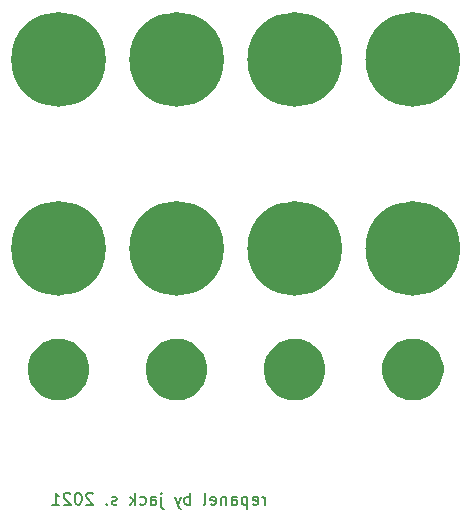
<source format=gbr>
G04 #@! TF.GenerationSoftware,KiCad,Pcbnew,(5.1.5-0)*
G04 #@! TF.CreationDate,2021-01-20T17:01:45-08:00*
G04 #@! TF.ProjectId,4seq,34736571-2e6b-4696-9361-645f70636258,rev?*
G04 #@! TF.SameCoordinates,Original*
G04 #@! TF.FileFunction,Soldermask,Bot*
G04 #@! TF.FilePolarity,Negative*
%FSLAX46Y46*%
G04 Gerber Fmt 4.6, Leading zero omitted, Abs format (unit mm)*
G04 Created by KiCad (PCBNEW (5.1.5-0)) date 2021-01-20 17:01:45*
%MOMM*%
%LPD*%
G04 APERTURE LIST*
%ADD10C,1.000000*%
%ADD11C,0.150000*%
%ADD12C,0.100000*%
G04 APERTURE END LIST*
D10*
X38750000Y-99750000D02*
G75*
G03X38750000Y-99750000I-3500000J0D01*
G01*
X8750000Y-83750000D02*
G75*
G03X8750000Y-83750000I-3500000J0D01*
G01*
X38750000Y-83750000D02*
G75*
G03X38750000Y-83750000I-3500000J0D01*
G01*
X28750000Y-83750000D02*
G75*
G03X28750000Y-83750000I-3500000J0D01*
G01*
D11*
X22726190Y-121452380D02*
X22726190Y-120785714D01*
X22726190Y-120976190D02*
X22678571Y-120880952D01*
X22630952Y-120833333D01*
X22535714Y-120785714D01*
X22440476Y-120785714D01*
X21726190Y-121404761D02*
X21821428Y-121452380D01*
X22011904Y-121452380D01*
X22107142Y-121404761D01*
X22154761Y-121309523D01*
X22154761Y-120928571D01*
X22107142Y-120833333D01*
X22011904Y-120785714D01*
X21821428Y-120785714D01*
X21726190Y-120833333D01*
X21678571Y-120928571D01*
X21678571Y-121023809D01*
X22154761Y-121119047D01*
X21250000Y-120785714D02*
X21250000Y-121785714D01*
X21250000Y-120833333D02*
X21154761Y-120785714D01*
X20964285Y-120785714D01*
X20869047Y-120833333D01*
X20821428Y-120880952D01*
X20773809Y-120976190D01*
X20773809Y-121261904D01*
X20821428Y-121357142D01*
X20869047Y-121404761D01*
X20964285Y-121452380D01*
X21154761Y-121452380D01*
X21250000Y-121404761D01*
X19916666Y-121452380D02*
X19916666Y-120928571D01*
X19964285Y-120833333D01*
X20059523Y-120785714D01*
X20250000Y-120785714D01*
X20345238Y-120833333D01*
X19916666Y-121404761D02*
X20011904Y-121452380D01*
X20250000Y-121452380D01*
X20345238Y-121404761D01*
X20392857Y-121309523D01*
X20392857Y-121214285D01*
X20345238Y-121119047D01*
X20250000Y-121071428D01*
X20011904Y-121071428D01*
X19916666Y-121023809D01*
X19440476Y-120785714D02*
X19440476Y-121452380D01*
X19440476Y-120880952D02*
X19392857Y-120833333D01*
X19297619Y-120785714D01*
X19154761Y-120785714D01*
X19059523Y-120833333D01*
X19011904Y-120928571D01*
X19011904Y-121452380D01*
X18154761Y-121404761D02*
X18250000Y-121452380D01*
X18440476Y-121452380D01*
X18535714Y-121404761D01*
X18583333Y-121309523D01*
X18583333Y-120928571D01*
X18535714Y-120833333D01*
X18440476Y-120785714D01*
X18250000Y-120785714D01*
X18154761Y-120833333D01*
X18107142Y-120928571D01*
X18107142Y-121023809D01*
X18583333Y-121119047D01*
X17535714Y-121452380D02*
X17630952Y-121404761D01*
X17678571Y-121309523D01*
X17678571Y-120452380D01*
X16392857Y-121452380D02*
X16392857Y-120452380D01*
X16392857Y-120833333D02*
X16297619Y-120785714D01*
X16107142Y-120785714D01*
X16011904Y-120833333D01*
X15964285Y-120880952D01*
X15916666Y-120976190D01*
X15916666Y-121261904D01*
X15964285Y-121357142D01*
X16011904Y-121404761D01*
X16107142Y-121452380D01*
X16297619Y-121452380D01*
X16392857Y-121404761D01*
X15583333Y-120785714D02*
X15345238Y-121452380D01*
X15107142Y-120785714D02*
X15345238Y-121452380D01*
X15440476Y-121690476D01*
X15488095Y-121738095D01*
X15583333Y-121785714D01*
X13964285Y-120785714D02*
X13964285Y-121642857D01*
X14011904Y-121738095D01*
X14107142Y-121785714D01*
X14154761Y-121785714D01*
X13964285Y-120452380D02*
X14011904Y-120500000D01*
X13964285Y-120547619D01*
X13916666Y-120500000D01*
X13964285Y-120452380D01*
X13964285Y-120547619D01*
X13059523Y-121452380D02*
X13059523Y-120928571D01*
X13107142Y-120833333D01*
X13202380Y-120785714D01*
X13392857Y-120785714D01*
X13488095Y-120833333D01*
X13059523Y-121404761D02*
X13154761Y-121452380D01*
X13392857Y-121452380D01*
X13488095Y-121404761D01*
X13535714Y-121309523D01*
X13535714Y-121214285D01*
X13488095Y-121119047D01*
X13392857Y-121071428D01*
X13154761Y-121071428D01*
X13059523Y-121023809D01*
X12154761Y-121404761D02*
X12250000Y-121452380D01*
X12440476Y-121452380D01*
X12535714Y-121404761D01*
X12583333Y-121357142D01*
X12630952Y-121261904D01*
X12630952Y-120976190D01*
X12583333Y-120880952D01*
X12535714Y-120833333D01*
X12440476Y-120785714D01*
X12250000Y-120785714D01*
X12154761Y-120833333D01*
X11726190Y-121452380D02*
X11726190Y-120452380D01*
X11630952Y-121071428D02*
X11345238Y-121452380D01*
X11345238Y-120785714D02*
X11726190Y-121166666D01*
X10202380Y-121404761D02*
X10107142Y-121452380D01*
X9916666Y-121452380D01*
X9821428Y-121404761D01*
X9773809Y-121309523D01*
X9773809Y-121261904D01*
X9821428Y-121166666D01*
X9916666Y-121119047D01*
X10059523Y-121119047D01*
X10154761Y-121071428D01*
X10202380Y-120976190D01*
X10202380Y-120928571D01*
X10154761Y-120833333D01*
X10059523Y-120785714D01*
X9916666Y-120785714D01*
X9821428Y-120833333D01*
X9345238Y-121357142D02*
X9297619Y-121404761D01*
X9345238Y-121452380D01*
X9392857Y-121404761D01*
X9345238Y-121357142D01*
X9345238Y-121452380D01*
X8154761Y-120547619D02*
X8107142Y-120500000D01*
X8011904Y-120452380D01*
X7773809Y-120452380D01*
X7678571Y-120500000D01*
X7630952Y-120547619D01*
X7583333Y-120642857D01*
X7583333Y-120738095D01*
X7630952Y-120880952D01*
X8202380Y-121452380D01*
X7583333Y-121452380D01*
X6964285Y-120452380D02*
X6869047Y-120452380D01*
X6773809Y-120500000D01*
X6726190Y-120547619D01*
X6678571Y-120642857D01*
X6630952Y-120833333D01*
X6630952Y-121071428D01*
X6678571Y-121261904D01*
X6726190Y-121357142D01*
X6773809Y-121404761D01*
X6869047Y-121452380D01*
X6964285Y-121452380D01*
X7059523Y-121404761D01*
X7107142Y-121357142D01*
X7154761Y-121261904D01*
X7202380Y-121071428D01*
X7202380Y-120833333D01*
X7154761Y-120642857D01*
X7107142Y-120547619D01*
X7059523Y-120500000D01*
X6964285Y-120452380D01*
X6250000Y-120547619D02*
X6202380Y-120500000D01*
X6107142Y-120452380D01*
X5869047Y-120452380D01*
X5773809Y-120500000D01*
X5726190Y-120547619D01*
X5678571Y-120642857D01*
X5678571Y-120738095D01*
X5726190Y-120880952D01*
X6297619Y-121452380D01*
X5678571Y-121452380D01*
X4726190Y-121452380D02*
X5297619Y-121452380D01*
X5011904Y-121452380D02*
X5011904Y-120452380D01*
X5107142Y-120595238D01*
X5202380Y-120690476D01*
X5297619Y-120738095D01*
D10*
X18750000Y-83750000D02*
G75*
G03X18750000Y-83750000I-3500000J0D01*
G01*
X8750000Y-99750000D02*
G75*
G03X8750000Y-99750000I-3500000J0D01*
G01*
X18750000Y-99750000D02*
G75*
G03X18750000Y-99750000I-3500000J0D01*
G01*
X28750000Y-99750000D02*
G75*
G03X28750000Y-99750000I-3500000J0D01*
G01*
D12*
G36*
X35757430Y-107448978D02*
G01*
X36008684Y-107498955D01*
X36204752Y-107580169D01*
X36482034Y-107695023D01*
X36482035Y-107695024D01*
X36908041Y-107979671D01*
X37270329Y-108341959D01*
X37460524Y-108626607D01*
X37554977Y-108767966D01*
X37751045Y-109241317D01*
X37851000Y-109743823D01*
X37851000Y-110256177D01*
X37751045Y-110758683D01*
X37554977Y-111232034D01*
X37554976Y-111232035D01*
X37270329Y-111658041D01*
X36908041Y-112020329D01*
X36623393Y-112210524D01*
X36482034Y-112304977D01*
X36204752Y-112419831D01*
X36008684Y-112501045D01*
X35757430Y-112551022D01*
X35506177Y-112601000D01*
X34993823Y-112601000D01*
X34742570Y-112551022D01*
X34491316Y-112501045D01*
X34295248Y-112419831D01*
X34017966Y-112304977D01*
X33876607Y-112210524D01*
X33591959Y-112020329D01*
X33229671Y-111658041D01*
X32945024Y-111232035D01*
X32945023Y-111232034D01*
X32748955Y-110758683D01*
X32649000Y-110256177D01*
X32649000Y-109743823D01*
X32748955Y-109241317D01*
X32945023Y-108767966D01*
X33039476Y-108626607D01*
X33229671Y-108341959D01*
X33591959Y-107979671D01*
X34017965Y-107695024D01*
X34017966Y-107695023D01*
X34295248Y-107580169D01*
X34491316Y-107498955D01*
X34742570Y-107448978D01*
X34993823Y-107399000D01*
X35506177Y-107399000D01*
X35757430Y-107448978D01*
G37*
G36*
X25757430Y-107448978D02*
G01*
X26008684Y-107498955D01*
X26204752Y-107580169D01*
X26482034Y-107695023D01*
X26482035Y-107695024D01*
X26908041Y-107979671D01*
X27270329Y-108341959D01*
X27460524Y-108626607D01*
X27554977Y-108767966D01*
X27751045Y-109241317D01*
X27851000Y-109743823D01*
X27851000Y-110256177D01*
X27751045Y-110758683D01*
X27554977Y-111232034D01*
X27554976Y-111232035D01*
X27270329Y-111658041D01*
X26908041Y-112020329D01*
X26623393Y-112210524D01*
X26482034Y-112304977D01*
X26204752Y-112419831D01*
X26008684Y-112501045D01*
X25757430Y-112551022D01*
X25506177Y-112601000D01*
X24993823Y-112601000D01*
X24742570Y-112551022D01*
X24491316Y-112501045D01*
X24295248Y-112419831D01*
X24017966Y-112304977D01*
X23876607Y-112210524D01*
X23591959Y-112020329D01*
X23229671Y-111658041D01*
X22945024Y-111232035D01*
X22945023Y-111232034D01*
X22748955Y-110758683D01*
X22649000Y-110256177D01*
X22649000Y-109743823D01*
X22748955Y-109241317D01*
X22945023Y-108767966D01*
X23039476Y-108626607D01*
X23229671Y-108341959D01*
X23591959Y-107979671D01*
X24017965Y-107695024D01*
X24017966Y-107695023D01*
X24295248Y-107580169D01*
X24491316Y-107498955D01*
X24742570Y-107448978D01*
X24993823Y-107399000D01*
X25506177Y-107399000D01*
X25757430Y-107448978D01*
G37*
G36*
X15757430Y-107448978D02*
G01*
X16008684Y-107498955D01*
X16204752Y-107580169D01*
X16482034Y-107695023D01*
X16482035Y-107695024D01*
X16908041Y-107979671D01*
X17270329Y-108341959D01*
X17460524Y-108626607D01*
X17554977Y-108767966D01*
X17751045Y-109241317D01*
X17851000Y-109743823D01*
X17851000Y-110256177D01*
X17751045Y-110758683D01*
X17554977Y-111232034D01*
X17554976Y-111232035D01*
X17270329Y-111658041D01*
X16908041Y-112020329D01*
X16623393Y-112210524D01*
X16482034Y-112304977D01*
X16204752Y-112419831D01*
X16008684Y-112501045D01*
X15757430Y-112551022D01*
X15506177Y-112601000D01*
X14993823Y-112601000D01*
X14742570Y-112551022D01*
X14491316Y-112501045D01*
X14295248Y-112419831D01*
X14017966Y-112304977D01*
X13876607Y-112210524D01*
X13591959Y-112020329D01*
X13229671Y-111658041D01*
X12945024Y-111232035D01*
X12945023Y-111232034D01*
X12748955Y-110758683D01*
X12649000Y-110256177D01*
X12649000Y-109743823D01*
X12748955Y-109241317D01*
X12945023Y-108767966D01*
X13039476Y-108626607D01*
X13229671Y-108341959D01*
X13591959Y-107979671D01*
X14017965Y-107695024D01*
X14017966Y-107695023D01*
X14295248Y-107580169D01*
X14491316Y-107498955D01*
X14742570Y-107448978D01*
X14993823Y-107399000D01*
X15506177Y-107399000D01*
X15757430Y-107448978D01*
G37*
G36*
X5757430Y-107448978D02*
G01*
X6008684Y-107498955D01*
X6204752Y-107580169D01*
X6482034Y-107695023D01*
X6482035Y-107695024D01*
X6908041Y-107979671D01*
X7270329Y-108341959D01*
X7460524Y-108626607D01*
X7554977Y-108767966D01*
X7751045Y-109241317D01*
X7851000Y-109743823D01*
X7851000Y-110256177D01*
X7751045Y-110758683D01*
X7554977Y-111232034D01*
X7554976Y-111232035D01*
X7270329Y-111658041D01*
X6908041Y-112020329D01*
X6623393Y-112210524D01*
X6482034Y-112304977D01*
X6204752Y-112419831D01*
X6008684Y-112501045D01*
X5757430Y-112551022D01*
X5506177Y-112601000D01*
X4993823Y-112601000D01*
X4742570Y-112551022D01*
X4491316Y-112501045D01*
X4295248Y-112419831D01*
X4017966Y-112304977D01*
X3876607Y-112210524D01*
X3591959Y-112020329D01*
X3229671Y-111658041D01*
X2945024Y-111232035D01*
X2945023Y-111232034D01*
X2748955Y-110758683D01*
X2649000Y-110256177D01*
X2649000Y-109743823D01*
X2748955Y-109241317D01*
X2945023Y-108767966D01*
X3039476Y-108626607D01*
X3229671Y-108341959D01*
X3591959Y-107979671D01*
X4017965Y-107695024D01*
X4017966Y-107695023D01*
X4295248Y-107580169D01*
X4491316Y-107498955D01*
X4742570Y-107448978D01*
X4993823Y-107399000D01*
X5506177Y-107399000D01*
X5757430Y-107448978D01*
G37*
G36*
X35854975Y-96708585D02*
G01*
X36154528Y-96768170D01*
X36718874Y-97001930D01*
X37226772Y-97341296D01*
X37658704Y-97773228D01*
X37998070Y-98281126D01*
X38231830Y-98845472D01*
X38351000Y-99444578D01*
X38351000Y-100055422D01*
X38231830Y-100654528D01*
X37998070Y-101218874D01*
X37658704Y-101726772D01*
X37226772Y-102158704D01*
X36718874Y-102498070D01*
X36154528Y-102731830D01*
X35854975Y-102791415D01*
X35555423Y-102851000D01*
X34944577Y-102851000D01*
X34645025Y-102791415D01*
X34345472Y-102731830D01*
X33781126Y-102498070D01*
X33273228Y-102158704D01*
X32841296Y-101726772D01*
X32501930Y-101218874D01*
X32268170Y-100654528D01*
X32149000Y-100055422D01*
X32149000Y-99444578D01*
X32268170Y-98845472D01*
X32501930Y-98281126D01*
X32841296Y-97773228D01*
X33273228Y-97341296D01*
X33781126Y-97001930D01*
X34345472Y-96768170D01*
X34645025Y-96708585D01*
X34944577Y-96649000D01*
X35555423Y-96649000D01*
X35854975Y-96708585D01*
G37*
G36*
X25854975Y-96708585D02*
G01*
X26154528Y-96768170D01*
X26718874Y-97001930D01*
X27226772Y-97341296D01*
X27658704Y-97773228D01*
X27998070Y-98281126D01*
X28231830Y-98845472D01*
X28351000Y-99444578D01*
X28351000Y-100055422D01*
X28231830Y-100654528D01*
X27998070Y-101218874D01*
X27658704Y-101726772D01*
X27226772Y-102158704D01*
X26718874Y-102498070D01*
X26154528Y-102731830D01*
X25854975Y-102791415D01*
X25555423Y-102851000D01*
X24944577Y-102851000D01*
X24645025Y-102791415D01*
X24345472Y-102731830D01*
X23781126Y-102498070D01*
X23273228Y-102158704D01*
X22841296Y-101726772D01*
X22501930Y-101218874D01*
X22268170Y-100654528D01*
X22149000Y-100055422D01*
X22149000Y-99444578D01*
X22268170Y-98845472D01*
X22501930Y-98281126D01*
X22841296Y-97773228D01*
X23273228Y-97341296D01*
X23781126Y-97001930D01*
X24345472Y-96768170D01*
X24645025Y-96708585D01*
X24944577Y-96649000D01*
X25555423Y-96649000D01*
X25854975Y-96708585D01*
G37*
G36*
X15854975Y-96708585D02*
G01*
X16154528Y-96768170D01*
X16718874Y-97001930D01*
X17226772Y-97341296D01*
X17658704Y-97773228D01*
X17998070Y-98281126D01*
X18231830Y-98845472D01*
X18351000Y-99444578D01*
X18351000Y-100055422D01*
X18231830Y-100654528D01*
X17998070Y-101218874D01*
X17658704Y-101726772D01*
X17226772Y-102158704D01*
X16718874Y-102498070D01*
X16154528Y-102731830D01*
X15854975Y-102791415D01*
X15555423Y-102851000D01*
X14944577Y-102851000D01*
X14645025Y-102791415D01*
X14345472Y-102731830D01*
X13781126Y-102498070D01*
X13273228Y-102158704D01*
X12841296Y-101726772D01*
X12501930Y-101218874D01*
X12268170Y-100654528D01*
X12149000Y-100055422D01*
X12149000Y-99444578D01*
X12268170Y-98845472D01*
X12501930Y-98281126D01*
X12841296Y-97773228D01*
X13273228Y-97341296D01*
X13781126Y-97001930D01*
X14345472Y-96768170D01*
X14645025Y-96708585D01*
X14944577Y-96649000D01*
X15555423Y-96649000D01*
X15854975Y-96708585D01*
G37*
G36*
X5854975Y-96708585D02*
G01*
X6154528Y-96768170D01*
X6718874Y-97001930D01*
X7226772Y-97341296D01*
X7658704Y-97773228D01*
X7998070Y-98281126D01*
X8231830Y-98845472D01*
X8351000Y-99444578D01*
X8351000Y-100055422D01*
X8231830Y-100654528D01*
X7998070Y-101218874D01*
X7658704Y-101726772D01*
X7226772Y-102158704D01*
X6718874Y-102498070D01*
X6154528Y-102731830D01*
X5854975Y-102791415D01*
X5555423Y-102851000D01*
X4944577Y-102851000D01*
X4645025Y-102791415D01*
X4345472Y-102731830D01*
X3781126Y-102498070D01*
X3273228Y-102158704D01*
X2841296Y-101726772D01*
X2501930Y-101218874D01*
X2268170Y-100654528D01*
X2149000Y-100055422D01*
X2149000Y-99444578D01*
X2268170Y-98845472D01*
X2501930Y-98281126D01*
X2841296Y-97773228D01*
X3273228Y-97341296D01*
X3781126Y-97001930D01*
X4345472Y-96768170D01*
X4645025Y-96708585D01*
X4944577Y-96649000D01*
X5555423Y-96649000D01*
X5854975Y-96708585D01*
G37*
G36*
X35854975Y-80708585D02*
G01*
X36154528Y-80768170D01*
X36718874Y-81001930D01*
X37226772Y-81341296D01*
X37658704Y-81773228D01*
X37998070Y-82281126D01*
X38231830Y-82845472D01*
X38351000Y-83444578D01*
X38351000Y-84055422D01*
X38231830Y-84654528D01*
X37998070Y-85218874D01*
X37658704Y-85726772D01*
X37226772Y-86158704D01*
X36718874Y-86498070D01*
X36154528Y-86731830D01*
X35854975Y-86791415D01*
X35555423Y-86851000D01*
X34944577Y-86851000D01*
X34645025Y-86791415D01*
X34345472Y-86731830D01*
X33781126Y-86498070D01*
X33273228Y-86158704D01*
X32841296Y-85726772D01*
X32501930Y-85218874D01*
X32268170Y-84654528D01*
X32149000Y-84055422D01*
X32149000Y-83444578D01*
X32268170Y-82845472D01*
X32501930Y-82281126D01*
X32841296Y-81773228D01*
X33273228Y-81341296D01*
X33781126Y-81001930D01*
X34345472Y-80768170D01*
X34645025Y-80708585D01*
X34944577Y-80649000D01*
X35555423Y-80649000D01*
X35854975Y-80708585D01*
G37*
G36*
X25854975Y-80708585D02*
G01*
X26154528Y-80768170D01*
X26718874Y-81001930D01*
X27226772Y-81341296D01*
X27658704Y-81773228D01*
X27998070Y-82281126D01*
X28231830Y-82845472D01*
X28351000Y-83444578D01*
X28351000Y-84055422D01*
X28231830Y-84654528D01*
X27998070Y-85218874D01*
X27658704Y-85726772D01*
X27226772Y-86158704D01*
X26718874Y-86498070D01*
X26154528Y-86731830D01*
X25854975Y-86791415D01*
X25555423Y-86851000D01*
X24944577Y-86851000D01*
X24645025Y-86791415D01*
X24345472Y-86731830D01*
X23781126Y-86498070D01*
X23273228Y-86158704D01*
X22841296Y-85726772D01*
X22501930Y-85218874D01*
X22268170Y-84654528D01*
X22149000Y-84055422D01*
X22149000Y-83444578D01*
X22268170Y-82845472D01*
X22501930Y-82281126D01*
X22841296Y-81773228D01*
X23273228Y-81341296D01*
X23781126Y-81001930D01*
X24345472Y-80768170D01*
X24645025Y-80708585D01*
X24944577Y-80649000D01*
X25555423Y-80649000D01*
X25854975Y-80708585D01*
G37*
G36*
X15854975Y-80708585D02*
G01*
X16154528Y-80768170D01*
X16718874Y-81001930D01*
X17226772Y-81341296D01*
X17658704Y-81773228D01*
X17998070Y-82281126D01*
X18231830Y-82845472D01*
X18351000Y-83444578D01*
X18351000Y-84055422D01*
X18231830Y-84654528D01*
X17998070Y-85218874D01*
X17658704Y-85726772D01*
X17226772Y-86158704D01*
X16718874Y-86498070D01*
X16154528Y-86731830D01*
X15854975Y-86791415D01*
X15555423Y-86851000D01*
X14944577Y-86851000D01*
X14645025Y-86791415D01*
X14345472Y-86731830D01*
X13781126Y-86498070D01*
X13273228Y-86158704D01*
X12841296Y-85726772D01*
X12501930Y-85218874D01*
X12268170Y-84654528D01*
X12149000Y-84055422D01*
X12149000Y-83444578D01*
X12268170Y-82845472D01*
X12501930Y-82281126D01*
X12841296Y-81773228D01*
X13273228Y-81341296D01*
X13781126Y-81001930D01*
X14345472Y-80768170D01*
X14645025Y-80708585D01*
X14944577Y-80649000D01*
X15555423Y-80649000D01*
X15854975Y-80708585D01*
G37*
G36*
X5854975Y-80708585D02*
G01*
X6154528Y-80768170D01*
X6718874Y-81001930D01*
X7226772Y-81341296D01*
X7658704Y-81773228D01*
X7998070Y-82281126D01*
X8231830Y-82845472D01*
X8351000Y-83444578D01*
X8351000Y-84055422D01*
X8231830Y-84654528D01*
X7998070Y-85218874D01*
X7658704Y-85726772D01*
X7226772Y-86158704D01*
X6718874Y-86498070D01*
X6154528Y-86731830D01*
X5854975Y-86791415D01*
X5555423Y-86851000D01*
X4944577Y-86851000D01*
X4645025Y-86791415D01*
X4345472Y-86731830D01*
X3781126Y-86498070D01*
X3273228Y-86158704D01*
X2841296Y-85726772D01*
X2501930Y-85218874D01*
X2268170Y-84654528D01*
X2149000Y-84055422D01*
X2149000Y-83444578D01*
X2268170Y-82845472D01*
X2501930Y-82281126D01*
X2841296Y-81773228D01*
X3273228Y-81341296D01*
X3781126Y-81001930D01*
X4345472Y-80768170D01*
X4645025Y-80708585D01*
X4944577Y-80649000D01*
X5555423Y-80649000D01*
X5854975Y-80708585D01*
G37*
M02*

</source>
